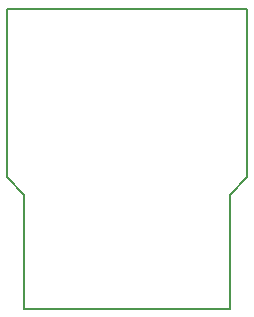
<source format=gbr>
G04 DipTrace 2.4.0.2*
%INBoardOutline.gbr*%
%MOIN*%
%ADD11C,0.006*%
%FSLAX44Y44*%
G04*
G70*
G90*
G75*
G01*
%LNBoardOutline*%
%LPD*%
X-4000Y10000D2*
D11*
Y4370D1*
X-3430Y3800D1*
Y0D1*
X3430D1*
Y3800D1*
X4000Y4370D1*
Y10000D1*
X-4000D1*
M02*

</source>
